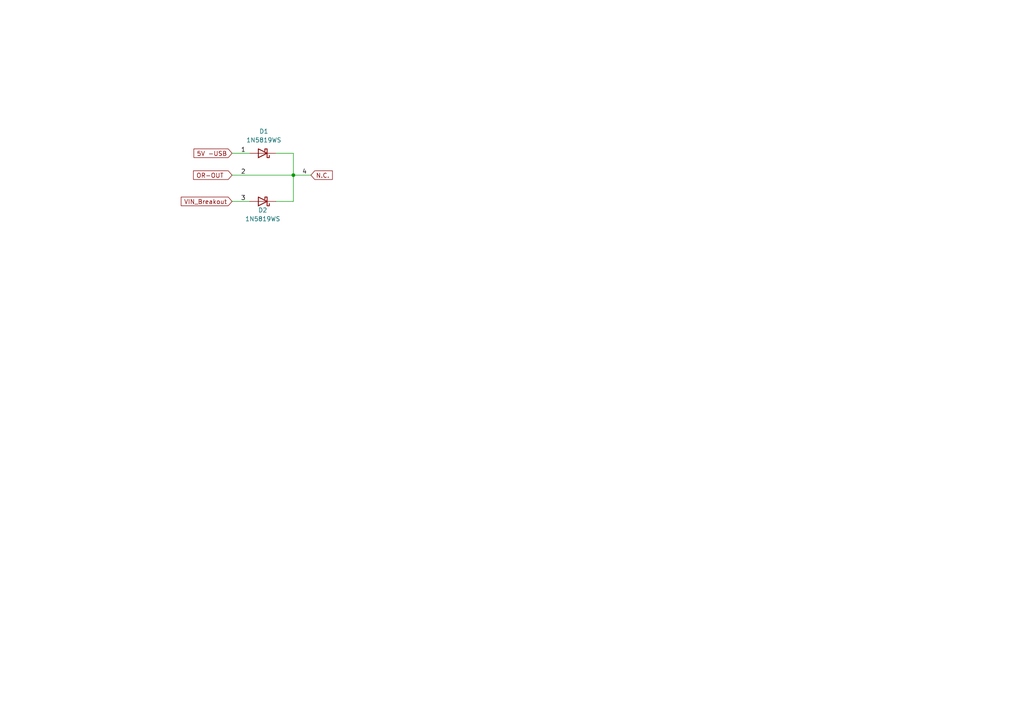
<source format=kicad_sch>
(kicad_sch (version 20230121) (generator eeschema)
  (paper "A4")
  (lib_symbols
    (symbol "Diode:1N5819WS" (pin_numbers hide) (pin_names (offset 1.016) hide)
      (property "Reference" "D" (at 0 2.54 0))
      (property "Value" "1N5819WS" (at 0 -2.54 0))
      (symbol "1N5819WS_0_1"
        (polyline (pts (xy 1.27 0) (xy -1.27 0)))
        (polyline (pts (xy 1.27 1.27) (xy 1.27 -1.27) (xy -1.27 0) (xy 1.27 1.27)) (stroke (width 0.254)))
        (polyline (pts (xy -1.905 0.635) (xy -1.905 1.27) (xy -1.27 1.27) (xy -1.27 -1.27) (xy -0.635 -1.27) (xy -0.635 -0.635)) (stroke (width 0.254)))
      )
      (symbol "1N5819WS_1_1"
        (pin passive line (at -3.81 0 0) (length 2.54) (name "K") (number "1"))
        (pin passive line (at 3.81 0 180) (length 2.54) (name "A") (number "2"))
      )
    )
  )
  (junction (at 85.09 50.8))
  (wire (pts (xy 85.09 50.8) (xy 90.17 50.8)))
  (wire (pts (xy 67.31 50.8) (xy 85.09 50.8)))
  (wire (pts (xy 80.01 44.45) (xy 85.09 44.45)))
  (wire (pts (xy 67.31 44.45) (xy 72.39 44.45)))
  (wire (pts (xy 85.09 50.8) (xy 85.09 58.42)))
  (wire (pts (xy 80.01 58.42) (xy 85.09 58.42)))
  (wire (pts (xy 85.09 44.45) (xy 85.09 50.8)))
  (wire (pts (xy 67.31 58.42) (xy 72.39 58.42)))
  (label "2" (at 69.85 50.8 0))
  (label "4" (at 87.63 50.8 0))
  (label "1" (at 69.85 44.45 0))
  (label "3" (at 69.85 58.42 0))
  (global_label "N.C." (shape input) (at 90.17 50.8 0) (property "Intersheetrefs" "${INTERSHEET_REFS}" (effects hide)))
  (global_label "VIN_Breakout" (shape input) (at 67.31 58.42 180) (property "Intersheetrefs" "${INTERSHEET_REFS}" (effects hide)))
  (global_label "5V -USB" (shape input) (at 67.31 44.45 180) (property "Intersheetrefs" "${INTERSHEET_REFS}" (effects hide)))
  (global_label "OR-OUT " (shape input) (at 67.31 50.8 180) (property "Intersheetrefs" "${INTERSHEET_REFS}" (effects hide)))
  (symbol (lib_id "Diode:1N5819WS") (at 76.2 44.45 180) (unit 1)
    (property "Reference" "D1" (at 76.5175 38.1 0))
    (property "Value" "1N5819WS" (at 76.5175 40.64 0))
    (property "Footprint" "Diode_SMD:D_SOD-323" (effects hide))
    (property "Datasheet" "https://datasheet.lcsc.com/lcsc/2204281430_Guangdong-Hottech-1N5819WS_C191023.pdf" (effects hide))
  )
  (symbol (lib_id "Diode:1N5819WS") (at 76.2 58.42 180) (unit 1)
    (property "Reference" "D2" (at 76.2 60.96 0))
    (property "Value" "1N5819WS" (at 76.2 63.5 0))
    (property "Footprint" "Diode_SMD:D_SOD-323" (effects hide))
    (property "Datasheet" "https://datasheet.lcsc.com/lcsc/2204281430_Guangdong-Hottech-1N5819WS_C191023.pdf" (effects hide))
  )
)
</source>
